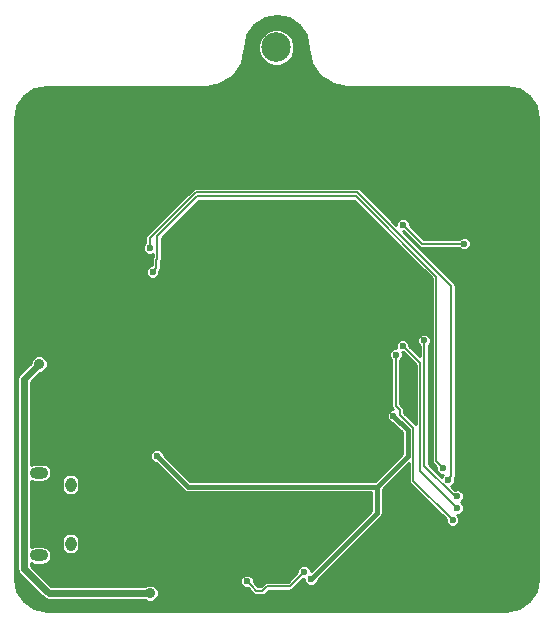
<source format=gbr>
G04 #@! TF.FileFunction,Copper,L1,Top,Signal*
%FSLAX46Y46*%
G04 Gerber Fmt 4.6, Leading zero omitted, Abs format (unit mm)*
G04 Created by KiCad (PCBNEW 4.0.4-stable) date 02/01/17 13:50:24*
%MOMM*%
%LPD*%
G01*
G04 APERTURE LIST*
%ADD10C,0.100000*%
%ADD11O,0.950000X1.250000*%
%ADD12O,1.550000X1.000000*%
%ADD13C,2.500000*%
%ADD14C,0.600000*%
%ADD15C,0.890000*%
%ADD16C,0.200000*%
%ADD17C,0.400000*%
%ADD18C,0.600000*%
%ADD19C,0.254000*%
G04 APERTURE END LIST*
D10*
D11*
X105062540Y-139000900D03*
X105062540Y-134000900D03*
D12*
X102362540Y-140000900D03*
X102362540Y-133000900D03*
D13*
X122475000Y-97000000D03*
D14*
X132700000Y-143600000D03*
X137600000Y-139850000D03*
X125750000Y-143550000D03*
X133700000Y-127550000D03*
X132900000Y-130000000D03*
X121700000Y-133300000D03*
X112600000Y-125300000D03*
X108500000Y-144000000D03*
X121300000Y-136450000D03*
X142500000Y-119800000D03*
X142600000Y-110200000D03*
X102400000Y-110300000D03*
X102300000Y-119800000D03*
X108800000Y-131100000D03*
X107600000Y-128700000D03*
X106400000Y-129400000D03*
X105900000Y-126600000D03*
X103500000Y-126600000D03*
X133000000Y-133400000D03*
X132540380Y-131740380D03*
X121000000Y-142050000D03*
X120600000Y-139200000D03*
X110800000Y-120200000D03*
X112200000Y-121600000D03*
X112600000Y-124000000D03*
D15*
X107200000Y-135000000D03*
X103400000Y-135200000D03*
D14*
X125400000Y-142000000D03*
X132400000Y-128200000D03*
X112400000Y-131600000D03*
X133200000Y-112000000D03*
X138400000Y-113600000D03*
X137400000Y-137000000D03*
X132600000Y-123000000D03*
X111749999Y-114000000D03*
X137000000Y-133600000D03*
D15*
X102400000Y-123800000D03*
X111800000Y-143200000D03*
D14*
X120000000Y-142200000D03*
X124800000Y-141400000D03*
X136600000Y-132600000D03*
X112000000Y-116000000D03*
X137800000Y-136000000D03*
X133169999Y-122240001D03*
X137800000Y-135000000D03*
X135000000Y-121800000D03*
D16*
X132900000Y-130000000D02*
X132900000Y-130424264D01*
X132900000Y-130424264D02*
X132950000Y-130474264D01*
X132950000Y-130474264D02*
X132950000Y-131330760D01*
X132950000Y-131330760D02*
X132540380Y-131740380D01*
X112600000Y-124000000D02*
X112600000Y-122000000D01*
X112600000Y-122000000D02*
X112200000Y-121600000D01*
D17*
X131000000Y-136400000D02*
X125400000Y-142000000D01*
X131000000Y-134200000D02*
X131000000Y-136400000D01*
X133600000Y-131600000D02*
X133600000Y-129400000D01*
X133600000Y-129400000D02*
X132400000Y-128200000D01*
X131000000Y-134200000D02*
X133600000Y-131600000D01*
X115000000Y-134200000D02*
X131000000Y-134200000D01*
X112400000Y-131600000D02*
X115000000Y-134200000D01*
D16*
X138400000Y-113600000D02*
X134800000Y-113600000D01*
X134800000Y-113600000D02*
X133200000Y-112000000D01*
X134064001Y-133664001D02*
X134064001Y-129227591D01*
X134064001Y-133664001D02*
X137400000Y-137000000D01*
X134064001Y-129300000D02*
X134064001Y-129227591D01*
X134064001Y-129227591D02*
X132950001Y-128113591D01*
X132950001Y-128113591D02*
X132950001Y-127700001D01*
X132950001Y-127700001D02*
X132600000Y-127350000D01*
X132600000Y-127350000D02*
X132600000Y-126014002D01*
X132600000Y-123000000D02*
X132600000Y-126014002D01*
X111749999Y-114000000D02*
X111749999Y-113155013D01*
X137299999Y-117205011D02*
X137299999Y-133300001D01*
X111749999Y-113155013D02*
X115655022Y-109249990D01*
X115655022Y-109249990D02*
X129344978Y-109249990D01*
X129344978Y-109249990D02*
X137299999Y-117205011D01*
X137299999Y-133300001D02*
X137000000Y-133600000D01*
X137150001Y-133449999D02*
X137000000Y-133600000D01*
D18*
X103200000Y-143200000D02*
X101137530Y-141137530D01*
X101137530Y-141137530D02*
X101137530Y-125062470D01*
X101137530Y-125062470D02*
X102400000Y-123800000D01*
X111170675Y-143200000D02*
X103200000Y-143200000D01*
X111800000Y-143200000D02*
X111170675Y-143200000D01*
D16*
X121300000Y-143000000D02*
X120800000Y-143000000D01*
X120800000Y-143000000D02*
X120400000Y-142600000D01*
X121700000Y-142600000D02*
X121300000Y-143000000D01*
X123600000Y-142600000D02*
X121700000Y-142600000D01*
X124800000Y-141400000D02*
X123600000Y-142600000D01*
X120400000Y-142600000D02*
X120000000Y-142200000D01*
X136600000Y-132600000D02*
X136000000Y-132000000D01*
X136000000Y-132000000D02*
X136000000Y-116400000D01*
X112299999Y-115000001D02*
X112299999Y-115700001D01*
X136000000Y-116400000D02*
X129200000Y-109600000D01*
X129200000Y-109600000D02*
X115800000Y-109600000D01*
X115800000Y-109600000D02*
X112400000Y-113000000D01*
X112400000Y-113000000D02*
X112400000Y-114900000D01*
X112400000Y-114900000D02*
X112299999Y-115000001D01*
X112299999Y-115700001D02*
X112000000Y-116000000D01*
X134649990Y-132849990D02*
X134649990Y-123719992D01*
X134649990Y-132849990D02*
X137800000Y-136000000D01*
X133169999Y-122240001D02*
X134649990Y-123719992D01*
X135000000Y-132414002D02*
X135000000Y-121800000D01*
X135000000Y-132414002D02*
X137585998Y-135000000D01*
X137585998Y-135000000D02*
X137800000Y-135000000D01*
D19*
G36*
X123520462Y-94536389D02*
X124385566Y-95114434D01*
X124963612Y-95979539D01*
X125179283Y-97063794D01*
X125407644Y-98211845D01*
X125456470Y-98329721D01*
X125456471Y-98329722D01*
X126106789Y-99302991D01*
X126197008Y-99393210D01*
X127170278Y-100043529D01*
X127170279Y-100043530D01*
X127219104Y-100063754D01*
X127288154Y-100092356D01*
X127288156Y-100092356D01*
X128436206Y-100320717D01*
X128468413Y-100320717D01*
X128500000Y-100327000D01*
X141967793Y-100327000D01*
X143020462Y-100536389D01*
X143885566Y-101114434D01*
X144463612Y-101979539D01*
X144673000Y-103032208D01*
X144673000Y-141967792D01*
X144463612Y-143020461D01*
X143885566Y-143885566D01*
X143020462Y-144463611D01*
X141967793Y-144673000D01*
X103032208Y-144673000D01*
X101979539Y-144463612D01*
X101114434Y-143885566D01*
X100536389Y-143020462D01*
X100327000Y-141967793D01*
X100327000Y-125062470D01*
X100560529Y-125062470D01*
X100560530Y-125062475D01*
X100560530Y-141137525D01*
X100560529Y-141137530D01*
X100604452Y-141358338D01*
X100729529Y-141545531D01*
X102791999Y-143608001D01*
X102979192Y-143733078D01*
X103200000Y-143777001D01*
X103200005Y-143777000D01*
X111355821Y-143777000D01*
X111390486Y-143811725D01*
X111655755Y-143921875D01*
X111942985Y-143922125D01*
X112208446Y-143812439D01*
X112411725Y-143609514D01*
X112521875Y-143344245D01*
X112522125Y-143057015D01*
X112412439Y-142791554D01*
X112209514Y-142588275D01*
X111944245Y-142478125D01*
X111657015Y-142477875D01*
X111391554Y-142587561D01*
X111356053Y-142623000D01*
X103439002Y-142623000D01*
X101714530Y-140898528D01*
X101714530Y-140681968D01*
X101769585Y-140718754D01*
X102066930Y-140777900D01*
X102658150Y-140777900D01*
X102955495Y-140718754D01*
X103207572Y-140550322D01*
X103376004Y-140298245D01*
X103435150Y-140000900D01*
X103376004Y-139703555D01*
X103207572Y-139451478D01*
X102955495Y-139283046D01*
X102658150Y-139223900D01*
X102066930Y-139223900D01*
X101769585Y-139283046D01*
X101714530Y-139319832D01*
X101714530Y-138833229D01*
X104310540Y-138833229D01*
X104310540Y-139168571D01*
X104367783Y-139456349D01*
X104530796Y-139700315D01*
X104774762Y-139863328D01*
X105062540Y-139920571D01*
X105350318Y-139863328D01*
X105594284Y-139700315D01*
X105757297Y-139456349D01*
X105814540Y-139168571D01*
X105814540Y-138833229D01*
X105757297Y-138545451D01*
X105594284Y-138301485D01*
X105350318Y-138138472D01*
X105062540Y-138081229D01*
X104774762Y-138138472D01*
X104530796Y-138301485D01*
X104367783Y-138545451D01*
X104310540Y-138833229D01*
X101714530Y-138833229D01*
X101714530Y-133833229D01*
X104310540Y-133833229D01*
X104310540Y-134168571D01*
X104367783Y-134456349D01*
X104530796Y-134700315D01*
X104774762Y-134863328D01*
X105062540Y-134920571D01*
X105350318Y-134863328D01*
X105594284Y-134700315D01*
X105757297Y-134456349D01*
X105814540Y-134168571D01*
X105814540Y-133833229D01*
X105757297Y-133545451D01*
X105594284Y-133301485D01*
X105350318Y-133138472D01*
X105062540Y-133081229D01*
X104774762Y-133138472D01*
X104530796Y-133301485D01*
X104367783Y-133545451D01*
X104310540Y-133833229D01*
X101714530Y-133833229D01*
X101714530Y-133681968D01*
X101769585Y-133718754D01*
X102066930Y-133777900D01*
X102658150Y-133777900D01*
X102955495Y-133718754D01*
X103207572Y-133550322D01*
X103376004Y-133298245D01*
X103435150Y-133000900D01*
X103376004Y-132703555D01*
X103207572Y-132451478D01*
X102955495Y-132283046D01*
X102658150Y-132223900D01*
X102066930Y-132223900D01*
X101769585Y-132283046D01*
X101714530Y-132319832D01*
X101714530Y-125301472D01*
X102493919Y-124522082D01*
X102542985Y-124522125D01*
X102808446Y-124412439D01*
X103011725Y-124209514D01*
X103121875Y-123944245D01*
X103122125Y-123657015D01*
X103012439Y-123391554D01*
X102809514Y-123188275D01*
X102544245Y-123078125D01*
X102257015Y-123077875D01*
X101991554Y-123187561D01*
X101788275Y-123390486D01*
X101678125Y-123655755D01*
X101678081Y-123705917D01*
X100729529Y-124654469D01*
X100604452Y-124841662D01*
X100560529Y-125062470D01*
X100327000Y-125062470D01*
X100327000Y-114114269D01*
X111172899Y-114114269D01*
X111260557Y-114326417D01*
X111422728Y-114488871D01*
X111634723Y-114576900D01*
X111864268Y-114577100D01*
X112023000Y-114511513D01*
X112023000Y-114749016D01*
X111951696Y-114855729D01*
X111922999Y-115000001D01*
X111922999Y-115422932D01*
X111885731Y-115422900D01*
X111673583Y-115510558D01*
X111511129Y-115672729D01*
X111423100Y-115884724D01*
X111422900Y-116114269D01*
X111510558Y-116326417D01*
X111672729Y-116488871D01*
X111884724Y-116576900D01*
X112114269Y-116577100D01*
X112326417Y-116489442D01*
X112488871Y-116327271D01*
X112576900Y-116115276D01*
X112577043Y-115950919D01*
X112621273Y-115884724D01*
X112648302Y-115844273D01*
X112676999Y-115700001D01*
X112676999Y-115150985D01*
X112748303Y-115044272D01*
X112777000Y-114900000D01*
X112777000Y-113156158D01*
X115956158Y-109977000D01*
X129043842Y-109977000D01*
X135623000Y-116556158D01*
X135623000Y-132000000D01*
X135651697Y-132144272D01*
X135733421Y-132266579D01*
X136023038Y-132556196D01*
X136022900Y-132714269D01*
X136110558Y-132926417D01*
X136272729Y-133088871D01*
X136484724Y-133176900D01*
X136607018Y-133177007D01*
X136511129Y-133272729D01*
X136476142Y-133356986D01*
X135377000Y-132257844D01*
X135377000Y-122238947D01*
X135488871Y-122127271D01*
X135576900Y-121915276D01*
X135577100Y-121685731D01*
X135489442Y-121473583D01*
X135327271Y-121311129D01*
X135115276Y-121223100D01*
X134885731Y-121222900D01*
X134673583Y-121310558D01*
X134511129Y-121472729D01*
X134423100Y-121684724D01*
X134422900Y-121914269D01*
X134510558Y-122126417D01*
X134623000Y-122239055D01*
X134623000Y-123159843D01*
X133746961Y-122283805D01*
X133747099Y-122125732D01*
X133659441Y-121913584D01*
X133497270Y-121751130D01*
X133285275Y-121663101D01*
X133055730Y-121662901D01*
X132843582Y-121750559D01*
X132681128Y-121912730D01*
X132593099Y-122124725D01*
X132592899Y-122354270D01*
X132621305Y-122423018D01*
X132485731Y-122422900D01*
X132273583Y-122510558D01*
X132111129Y-122672729D01*
X132023100Y-122884724D01*
X132022900Y-123114269D01*
X132110558Y-123326417D01*
X132223000Y-123439055D01*
X132223000Y-127350000D01*
X132251697Y-127494272D01*
X132333421Y-127616579D01*
X132339789Y-127622947D01*
X132285731Y-127622900D01*
X132073583Y-127710558D01*
X131911129Y-127872729D01*
X131823100Y-128084724D01*
X131822900Y-128314269D01*
X131910558Y-128526417D01*
X132072729Y-128688871D01*
X132284724Y-128776900D01*
X132302335Y-128776915D01*
X133123000Y-129597580D01*
X133123000Y-131402420D01*
X130802420Y-133723000D01*
X115197580Y-133723000D01*
X112977085Y-131502505D01*
X112977100Y-131485731D01*
X112889442Y-131273583D01*
X112727271Y-131111129D01*
X112515276Y-131023100D01*
X112285731Y-131022900D01*
X112073583Y-131110558D01*
X111911129Y-131272729D01*
X111823100Y-131484724D01*
X111822900Y-131714269D01*
X111910558Y-131926417D01*
X112072729Y-132088871D01*
X112284724Y-132176900D01*
X112302335Y-132176915D01*
X114662710Y-134537290D01*
X114817459Y-134640691D01*
X115000000Y-134677000D01*
X130523000Y-134677000D01*
X130523000Y-136202420D01*
X125377045Y-141348375D01*
X125377100Y-141285731D01*
X125289442Y-141073583D01*
X125127271Y-140911129D01*
X124915276Y-140823100D01*
X124685731Y-140822900D01*
X124473583Y-140910558D01*
X124311129Y-141072729D01*
X124223100Y-141284724D01*
X124222961Y-141443881D01*
X123443842Y-142223000D01*
X121700000Y-142223000D01*
X121555728Y-142251697D01*
X121433420Y-142333421D01*
X121143842Y-142623000D01*
X120956159Y-142623000D01*
X120666581Y-142333423D01*
X120666579Y-142333420D01*
X120576962Y-142243803D01*
X120577100Y-142085731D01*
X120489442Y-141873583D01*
X120327271Y-141711129D01*
X120115276Y-141623100D01*
X119885731Y-141622900D01*
X119673583Y-141710558D01*
X119511129Y-141872729D01*
X119423100Y-142084724D01*
X119422900Y-142314269D01*
X119510558Y-142526417D01*
X119672729Y-142688871D01*
X119884724Y-142776900D01*
X120043880Y-142777039D01*
X120133420Y-142866579D01*
X120133423Y-142866581D01*
X120533420Y-143266579D01*
X120627918Y-143329721D01*
X120655728Y-143348303D01*
X120800000Y-143377000D01*
X121300000Y-143377000D01*
X121444272Y-143348303D01*
X121566579Y-143266579D01*
X121856159Y-142977000D01*
X123600000Y-142977000D01*
X123744272Y-142948303D01*
X123866579Y-142866579D01*
X124756196Y-141976962D01*
X124823020Y-141977020D01*
X124822900Y-142114269D01*
X124910558Y-142326417D01*
X125072729Y-142488871D01*
X125284724Y-142576900D01*
X125514269Y-142577100D01*
X125726417Y-142489442D01*
X125888871Y-142327271D01*
X125976900Y-142115276D01*
X125976915Y-142097665D01*
X131337290Y-136737290D01*
X131440691Y-136582540D01*
X131477000Y-136400000D01*
X131477000Y-134397580D01*
X133687001Y-132187579D01*
X133687001Y-133664001D01*
X133715698Y-133808273D01*
X133797422Y-133930580D01*
X136823038Y-136956196D01*
X136822900Y-137114269D01*
X136910558Y-137326417D01*
X137072729Y-137488871D01*
X137284724Y-137576900D01*
X137514269Y-137577100D01*
X137726417Y-137489442D01*
X137888871Y-137327271D01*
X137976900Y-137115276D01*
X137977100Y-136885731D01*
X137889442Y-136673583D01*
X137793022Y-136576994D01*
X137914269Y-136577100D01*
X138126417Y-136489442D01*
X138288871Y-136327271D01*
X138376900Y-136115276D01*
X138377100Y-135885731D01*
X138289442Y-135673583D01*
X138127271Y-135511129D01*
X138100667Y-135500082D01*
X138126417Y-135489442D01*
X138288871Y-135327271D01*
X138376900Y-135115276D01*
X138377100Y-134885731D01*
X138289442Y-134673583D01*
X138127271Y-134511129D01*
X137915276Y-134423100D01*
X137685731Y-134422900D01*
X137584065Y-134464908D01*
X137243047Y-134123890D01*
X137326417Y-134089442D01*
X137488871Y-133927271D01*
X137576900Y-133715276D01*
X137577043Y-133550919D01*
X137621273Y-133484724D01*
X137648302Y-133444273D01*
X137676999Y-133300001D01*
X137676999Y-117205011D01*
X137648302Y-117060739D01*
X137615568Y-117011750D01*
X137566579Y-116938432D01*
X133205151Y-112577005D01*
X133243881Y-112577039D01*
X134533421Y-113866579D01*
X134655728Y-113948303D01*
X134800000Y-113977000D01*
X137961053Y-113977000D01*
X138072729Y-114088871D01*
X138284724Y-114176900D01*
X138514269Y-114177100D01*
X138726417Y-114089442D01*
X138888871Y-113927271D01*
X138976900Y-113715276D01*
X138977100Y-113485731D01*
X138889442Y-113273583D01*
X138727271Y-113111129D01*
X138515276Y-113023100D01*
X138285731Y-113022900D01*
X138073583Y-113110558D01*
X137960945Y-113223000D01*
X134956158Y-113223000D01*
X133776962Y-112043804D01*
X133777100Y-111885731D01*
X133689442Y-111673583D01*
X133527271Y-111511129D01*
X133315276Y-111423100D01*
X133085731Y-111422900D01*
X132873583Y-111510558D01*
X132711129Y-111672729D01*
X132623100Y-111884724D01*
X132623004Y-111994858D01*
X129611557Y-108983411D01*
X129489250Y-108901687D01*
X129344978Y-108872990D01*
X115655022Y-108872990D01*
X115510750Y-108901687D01*
X115388442Y-108983411D01*
X111483420Y-112888434D01*
X111401696Y-113010741D01*
X111372999Y-113155013D01*
X111372999Y-113561053D01*
X111261128Y-113672729D01*
X111173099Y-113884724D01*
X111172899Y-114114269D01*
X100327000Y-114114269D01*
X100327000Y-103032207D01*
X100536389Y-101979538D01*
X101114434Y-101114434D01*
X101979539Y-100536388D01*
X103032208Y-100327000D01*
X116500000Y-100327000D01*
X116531587Y-100320717D01*
X116563794Y-100320717D01*
X117711845Y-100092356D01*
X117829721Y-100043530D01*
X117829722Y-100043529D01*
X118802991Y-99393211D01*
X118893210Y-99302992D01*
X119543529Y-98329722D01*
X119543530Y-98329721D01*
X119563754Y-98280896D01*
X119592356Y-98211846D01*
X119592356Y-98211844D01*
X119773253Y-97302407D01*
X120947735Y-97302407D01*
X121179717Y-97863846D01*
X121608894Y-98293773D01*
X122169928Y-98526735D01*
X122777407Y-98527265D01*
X123338846Y-98295283D01*
X123768773Y-97866106D01*
X124001735Y-97305072D01*
X124002265Y-96697593D01*
X123770283Y-96136154D01*
X123341106Y-95706227D01*
X122780072Y-95473265D01*
X122172593Y-95472735D01*
X121611154Y-95704717D01*
X121181227Y-96133894D01*
X120948265Y-96694928D01*
X120947735Y-97302407D01*
X119773253Y-97302407D01*
X119820717Y-97063794D01*
X120036389Y-95979538D01*
X120614434Y-95114434D01*
X121479539Y-94536388D01*
X122500000Y-94333406D01*
X123520462Y-94536389D01*
X123520462Y-94536389D01*
G37*
X123520462Y-94536389D02*
X124385566Y-95114434D01*
X124963612Y-95979539D01*
X125179283Y-97063794D01*
X125407644Y-98211845D01*
X125456470Y-98329721D01*
X125456471Y-98329722D01*
X126106789Y-99302991D01*
X126197008Y-99393210D01*
X127170278Y-100043529D01*
X127170279Y-100043530D01*
X127219104Y-100063754D01*
X127288154Y-100092356D01*
X127288156Y-100092356D01*
X128436206Y-100320717D01*
X128468413Y-100320717D01*
X128500000Y-100327000D01*
X141967793Y-100327000D01*
X143020462Y-100536389D01*
X143885566Y-101114434D01*
X144463612Y-101979539D01*
X144673000Y-103032208D01*
X144673000Y-141967792D01*
X144463612Y-143020461D01*
X143885566Y-143885566D01*
X143020462Y-144463611D01*
X141967793Y-144673000D01*
X103032208Y-144673000D01*
X101979539Y-144463612D01*
X101114434Y-143885566D01*
X100536389Y-143020462D01*
X100327000Y-141967793D01*
X100327000Y-125062470D01*
X100560529Y-125062470D01*
X100560530Y-125062475D01*
X100560530Y-141137525D01*
X100560529Y-141137530D01*
X100604452Y-141358338D01*
X100729529Y-141545531D01*
X102791999Y-143608001D01*
X102979192Y-143733078D01*
X103200000Y-143777001D01*
X103200005Y-143777000D01*
X111355821Y-143777000D01*
X111390486Y-143811725D01*
X111655755Y-143921875D01*
X111942985Y-143922125D01*
X112208446Y-143812439D01*
X112411725Y-143609514D01*
X112521875Y-143344245D01*
X112522125Y-143057015D01*
X112412439Y-142791554D01*
X112209514Y-142588275D01*
X111944245Y-142478125D01*
X111657015Y-142477875D01*
X111391554Y-142587561D01*
X111356053Y-142623000D01*
X103439002Y-142623000D01*
X101714530Y-140898528D01*
X101714530Y-140681968D01*
X101769585Y-140718754D01*
X102066930Y-140777900D01*
X102658150Y-140777900D01*
X102955495Y-140718754D01*
X103207572Y-140550322D01*
X103376004Y-140298245D01*
X103435150Y-140000900D01*
X103376004Y-139703555D01*
X103207572Y-139451478D01*
X102955495Y-139283046D01*
X102658150Y-139223900D01*
X102066930Y-139223900D01*
X101769585Y-139283046D01*
X101714530Y-139319832D01*
X101714530Y-138833229D01*
X104310540Y-138833229D01*
X104310540Y-139168571D01*
X104367783Y-139456349D01*
X104530796Y-139700315D01*
X104774762Y-139863328D01*
X105062540Y-139920571D01*
X105350318Y-139863328D01*
X105594284Y-139700315D01*
X105757297Y-139456349D01*
X105814540Y-139168571D01*
X105814540Y-138833229D01*
X105757297Y-138545451D01*
X105594284Y-138301485D01*
X105350318Y-138138472D01*
X105062540Y-138081229D01*
X104774762Y-138138472D01*
X104530796Y-138301485D01*
X104367783Y-138545451D01*
X104310540Y-138833229D01*
X101714530Y-138833229D01*
X101714530Y-133833229D01*
X104310540Y-133833229D01*
X104310540Y-134168571D01*
X104367783Y-134456349D01*
X104530796Y-134700315D01*
X104774762Y-134863328D01*
X105062540Y-134920571D01*
X105350318Y-134863328D01*
X105594284Y-134700315D01*
X105757297Y-134456349D01*
X105814540Y-134168571D01*
X105814540Y-133833229D01*
X105757297Y-133545451D01*
X105594284Y-133301485D01*
X105350318Y-133138472D01*
X105062540Y-133081229D01*
X104774762Y-133138472D01*
X104530796Y-133301485D01*
X104367783Y-133545451D01*
X104310540Y-133833229D01*
X101714530Y-133833229D01*
X101714530Y-133681968D01*
X101769585Y-133718754D01*
X102066930Y-133777900D01*
X102658150Y-133777900D01*
X102955495Y-133718754D01*
X103207572Y-133550322D01*
X103376004Y-133298245D01*
X103435150Y-133000900D01*
X103376004Y-132703555D01*
X103207572Y-132451478D01*
X102955495Y-132283046D01*
X102658150Y-132223900D01*
X102066930Y-132223900D01*
X101769585Y-132283046D01*
X101714530Y-132319832D01*
X101714530Y-125301472D01*
X102493919Y-124522082D01*
X102542985Y-124522125D01*
X102808446Y-124412439D01*
X103011725Y-124209514D01*
X103121875Y-123944245D01*
X103122125Y-123657015D01*
X103012439Y-123391554D01*
X102809514Y-123188275D01*
X102544245Y-123078125D01*
X102257015Y-123077875D01*
X101991554Y-123187561D01*
X101788275Y-123390486D01*
X101678125Y-123655755D01*
X101678081Y-123705917D01*
X100729529Y-124654469D01*
X100604452Y-124841662D01*
X100560529Y-125062470D01*
X100327000Y-125062470D01*
X100327000Y-114114269D01*
X111172899Y-114114269D01*
X111260557Y-114326417D01*
X111422728Y-114488871D01*
X111634723Y-114576900D01*
X111864268Y-114577100D01*
X112023000Y-114511513D01*
X112023000Y-114749016D01*
X111951696Y-114855729D01*
X111922999Y-115000001D01*
X111922999Y-115422932D01*
X111885731Y-115422900D01*
X111673583Y-115510558D01*
X111511129Y-115672729D01*
X111423100Y-115884724D01*
X111422900Y-116114269D01*
X111510558Y-116326417D01*
X111672729Y-116488871D01*
X111884724Y-116576900D01*
X112114269Y-116577100D01*
X112326417Y-116489442D01*
X112488871Y-116327271D01*
X112576900Y-116115276D01*
X112577043Y-115950919D01*
X112621273Y-115884724D01*
X112648302Y-115844273D01*
X112676999Y-115700001D01*
X112676999Y-115150985D01*
X112748303Y-115044272D01*
X112777000Y-114900000D01*
X112777000Y-113156158D01*
X115956158Y-109977000D01*
X129043842Y-109977000D01*
X135623000Y-116556158D01*
X135623000Y-132000000D01*
X135651697Y-132144272D01*
X135733421Y-132266579D01*
X136023038Y-132556196D01*
X136022900Y-132714269D01*
X136110558Y-132926417D01*
X136272729Y-133088871D01*
X136484724Y-133176900D01*
X136607018Y-133177007D01*
X136511129Y-133272729D01*
X136476142Y-133356986D01*
X135377000Y-132257844D01*
X135377000Y-122238947D01*
X135488871Y-122127271D01*
X135576900Y-121915276D01*
X135577100Y-121685731D01*
X135489442Y-121473583D01*
X135327271Y-121311129D01*
X135115276Y-121223100D01*
X134885731Y-121222900D01*
X134673583Y-121310558D01*
X134511129Y-121472729D01*
X134423100Y-121684724D01*
X134422900Y-121914269D01*
X134510558Y-122126417D01*
X134623000Y-122239055D01*
X134623000Y-123159843D01*
X133746961Y-122283805D01*
X133747099Y-122125732D01*
X133659441Y-121913584D01*
X133497270Y-121751130D01*
X133285275Y-121663101D01*
X133055730Y-121662901D01*
X132843582Y-121750559D01*
X132681128Y-121912730D01*
X132593099Y-122124725D01*
X132592899Y-122354270D01*
X132621305Y-122423018D01*
X132485731Y-122422900D01*
X132273583Y-122510558D01*
X132111129Y-122672729D01*
X132023100Y-122884724D01*
X132022900Y-123114269D01*
X132110558Y-123326417D01*
X132223000Y-123439055D01*
X132223000Y-127350000D01*
X132251697Y-127494272D01*
X132333421Y-127616579D01*
X132339789Y-127622947D01*
X132285731Y-127622900D01*
X132073583Y-127710558D01*
X131911129Y-127872729D01*
X131823100Y-128084724D01*
X131822900Y-128314269D01*
X131910558Y-128526417D01*
X132072729Y-128688871D01*
X132284724Y-128776900D01*
X132302335Y-128776915D01*
X133123000Y-129597580D01*
X133123000Y-131402420D01*
X130802420Y-133723000D01*
X115197580Y-133723000D01*
X112977085Y-131502505D01*
X112977100Y-131485731D01*
X112889442Y-131273583D01*
X112727271Y-131111129D01*
X112515276Y-131023100D01*
X112285731Y-131022900D01*
X112073583Y-131110558D01*
X111911129Y-131272729D01*
X111823100Y-131484724D01*
X111822900Y-131714269D01*
X111910558Y-131926417D01*
X112072729Y-132088871D01*
X112284724Y-132176900D01*
X112302335Y-132176915D01*
X114662710Y-134537290D01*
X114817459Y-134640691D01*
X115000000Y-134677000D01*
X130523000Y-134677000D01*
X130523000Y-136202420D01*
X125377045Y-141348375D01*
X125377100Y-141285731D01*
X125289442Y-141073583D01*
X125127271Y-140911129D01*
X124915276Y-140823100D01*
X124685731Y-140822900D01*
X124473583Y-140910558D01*
X124311129Y-141072729D01*
X124223100Y-141284724D01*
X124222961Y-141443881D01*
X123443842Y-142223000D01*
X121700000Y-142223000D01*
X121555728Y-142251697D01*
X121433420Y-142333421D01*
X121143842Y-142623000D01*
X120956159Y-142623000D01*
X120666581Y-142333423D01*
X120666579Y-142333420D01*
X120576962Y-142243803D01*
X120577100Y-142085731D01*
X120489442Y-141873583D01*
X120327271Y-141711129D01*
X120115276Y-141623100D01*
X119885731Y-141622900D01*
X119673583Y-141710558D01*
X119511129Y-141872729D01*
X119423100Y-142084724D01*
X119422900Y-142314269D01*
X119510558Y-142526417D01*
X119672729Y-142688871D01*
X119884724Y-142776900D01*
X120043880Y-142777039D01*
X120133420Y-142866579D01*
X120133423Y-142866581D01*
X120533420Y-143266579D01*
X120627918Y-143329721D01*
X120655728Y-143348303D01*
X120800000Y-143377000D01*
X121300000Y-143377000D01*
X121444272Y-143348303D01*
X121566579Y-143266579D01*
X121856159Y-142977000D01*
X123600000Y-142977000D01*
X123744272Y-142948303D01*
X123866579Y-142866579D01*
X124756196Y-141976962D01*
X124823020Y-141977020D01*
X124822900Y-142114269D01*
X124910558Y-142326417D01*
X125072729Y-142488871D01*
X125284724Y-142576900D01*
X125514269Y-142577100D01*
X125726417Y-142489442D01*
X125888871Y-142327271D01*
X125976900Y-142115276D01*
X125976915Y-142097665D01*
X131337290Y-136737290D01*
X131440691Y-136582540D01*
X131477000Y-136400000D01*
X131477000Y-134397580D01*
X133687001Y-132187579D01*
X133687001Y-133664001D01*
X133715698Y-133808273D01*
X133797422Y-133930580D01*
X136823038Y-136956196D01*
X136822900Y-137114269D01*
X136910558Y-137326417D01*
X137072729Y-137488871D01*
X137284724Y-137576900D01*
X137514269Y-137577100D01*
X137726417Y-137489442D01*
X137888871Y-137327271D01*
X137976900Y-137115276D01*
X137977100Y-136885731D01*
X137889442Y-136673583D01*
X137793022Y-136576994D01*
X137914269Y-136577100D01*
X138126417Y-136489442D01*
X138288871Y-136327271D01*
X138376900Y-136115276D01*
X138377100Y-135885731D01*
X138289442Y-135673583D01*
X138127271Y-135511129D01*
X138100667Y-135500082D01*
X138126417Y-135489442D01*
X138288871Y-135327271D01*
X138376900Y-135115276D01*
X138377100Y-134885731D01*
X138289442Y-134673583D01*
X138127271Y-134511129D01*
X137915276Y-134423100D01*
X137685731Y-134422900D01*
X137584065Y-134464908D01*
X137243047Y-134123890D01*
X137326417Y-134089442D01*
X137488871Y-133927271D01*
X137576900Y-133715276D01*
X137577043Y-133550919D01*
X137621273Y-133484724D01*
X137648302Y-133444273D01*
X137676999Y-133300001D01*
X137676999Y-117205011D01*
X137648302Y-117060739D01*
X137615568Y-117011750D01*
X137566579Y-116938432D01*
X133205151Y-112577005D01*
X133243881Y-112577039D01*
X134533421Y-113866579D01*
X134655728Y-113948303D01*
X134800000Y-113977000D01*
X137961053Y-113977000D01*
X138072729Y-114088871D01*
X138284724Y-114176900D01*
X138514269Y-114177100D01*
X138726417Y-114089442D01*
X138888871Y-113927271D01*
X138976900Y-113715276D01*
X138977100Y-113485731D01*
X138889442Y-113273583D01*
X138727271Y-113111129D01*
X138515276Y-113023100D01*
X138285731Y-113022900D01*
X138073583Y-113110558D01*
X137960945Y-113223000D01*
X134956158Y-113223000D01*
X133776962Y-112043804D01*
X133777100Y-111885731D01*
X133689442Y-111673583D01*
X133527271Y-111511129D01*
X133315276Y-111423100D01*
X133085731Y-111422900D01*
X132873583Y-111510558D01*
X132711129Y-111672729D01*
X132623100Y-111884724D01*
X132623004Y-111994858D01*
X129611557Y-108983411D01*
X129489250Y-108901687D01*
X129344978Y-108872990D01*
X115655022Y-108872990D01*
X115510750Y-108901687D01*
X115388442Y-108983411D01*
X111483420Y-112888434D01*
X111401696Y-113010741D01*
X111372999Y-113155013D01*
X111372999Y-113561053D01*
X111261128Y-113672729D01*
X111173099Y-113884724D01*
X111172899Y-114114269D01*
X100327000Y-114114269D01*
X100327000Y-103032207D01*
X100536389Y-101979538D01*
X101114434Y-101114434D01*
X101979539Y-100536388D01*
X103032208Y-100327000D01*
X116500000Y-100327000D01*
X116531587Y-100320717D01*
X116563794Y-100320717D01*
X117711845Y-100092356D01*
X117829721Y-100043530D01*
X117829722Y-100043529D01*
X118802991Y-99393211D01*
X118893210Y-99302992D01*
X119543529Y-98329722D01*
X119543530Y-98329721D01*
X119563754Y-98280896D01*
X119592356Y-98211846D01*
X119592356Y-98211844D01*
X119773253Y-97302407D01*
X120947735Y-97302407D01*
X121179717Y-97863846D01*
X121608894Y-98293773D01*
X122169928Y-98526735D01*
X122777407Y-98527265D01*
X123338846Y-98295283D01*
X123768773Y-97866106D01*
X124001735Y-97305072D01*
X124002265Y-96697593D01*
X123770283Y-96136154D01*
X123341106Y-95706227D01*
X122780072Y-95473265D01*
X122172593Y-95472735D01*
X121611154Y-95704717D01*
X121181227Y-96133894D01*
X120948265Y-96694928D01*
X120947735Y-97302407D01*
X119773253Y-97302407D01*
X119820717Y-97063794D01*
X120036389Y-95979538D01*
X120614434Y-95114434D01*
X121479539Y-94536388D01*
X122500000Y-94333406D01*
X123520462Y-94536389D01*
G36*
X133213879Y-122817040D02*
X134272990Y-123876151D01*
X134272990Y-128903422D01*
X133327001Y-127957433D01*
X133327001Y-127700001D01*
X133298304Y-127555729D01*
X133216580Y-127433422D01*
X132977000Y-127193842D01*
X132977000Y-123438947D01*
X133088871Y-123327271D01*
X133176900Y-123115276D01*
X133177100Y-122885731D01*
X133148694Y-122816983D01*
X133213879Y-122817040D01*
X133213879Y-122817040D01*
G37*
X133213879Y-122817040D02*
X134272990Y-123876151D01*
X134272990Y-128903422D01*
X133327001Y-127957433D01*
X133327001Y-127700001D01*
X133298304Y-127555729D01*
X133216580Y-127433422D01*
X132977000Y-127193842D01*
X132977000Y-123438947D01*
X133088871Y-123327271D01*
X133176900Y-123115276D01*
X133177100Y-122885731D01*
X133148694Y-122816983D01*
X133213879Y-122817040D01*
M02*

</source>
